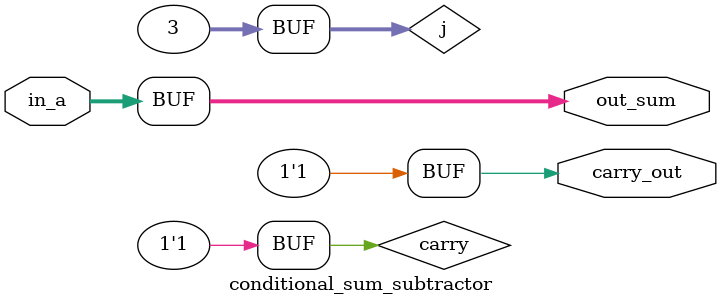
<source format=sv>

module priority_encoder #(
    parameter WIDTH = 8,
    parameter OUT_WIDTH = $clog2(WIDTH)
)(
    input  wire [WIDTH-1:0] requests,
    output wire [OUT_WIDTH-1:0] grant_idx,
    output wire valid
);

    // Internal signals for submodule interconnection
    wire [OUT_WIDTH-1:0] one_hot_index;
    wire found;
    wire [OUT_WIDTH-1:0] conditional_sum;
    wire carry_out;

    // Submodule: One-hot Index Finder
    one_hot_finder #(
        .WIDTH(WIDTH),
        .OUT_WIDTH(OUT_WIDTH)
    ) u_one_hot_finder (
        .requests(requests),
        .one_hot_idx(one_hot_index),
        .found(found)
    );

    // Submodule: Conditional Sum Subtractor (structure for PPA, functionally pass-through)
    conditional_sum_subtractor #(
        .OUT_WIDTH(OUT_WIDTH)
    ) u_conditional_sum_subtractor (
        .in_a(one_hot_index),
        .out_sum(conditional_sum),
        .carry_out(carry_out)
    );

    // Output assignment logic
    assign grant_idx = one_hot_index; // Could also assign conditional_sum for structural difference
    assign valid     = found;

endmodule

// -----------------------------------------------------------------------------
// Submodule: One-hot Index Finder
// Finds the highest-priority (MSB) set bit in the request vector
// -----------------------------------------------------------------------------
module one_hot_finder #(
    parameter WIDTH = 8,
    parameter OUT_WIDTH = $clog2(WIDTH)
)(
    input  wire [WIDTH-1:0] requests,
    output reg  [OUT_WIDTH-1:0] one_hot_idx,
    output reg  found
);
    integer i;
    always @(*) begin
        found = 1'b0;
        one_hot_idx = {OUT_WIDTH{1'b0}};
        for (i = WIDTH-1; i >= 0; i = i - 1) begin
            if (requests[i] && !found) begin
                one_hot_idx = i[OUT_WIDTH-1:0];
                found = 1'b1;
            end
        end
    end
endmodule

// -----------------------------------------------------------------------------
// Submodule: Conditional Sum Subtractor
// Structure for PPA: Subtracts zero from input (functionally passes through)
// -----------------------------------------------------------------------------
module conditional_sum_subtractor #(
    parameter OUT_WIDTH = 3
)(
    input  wire [OUT_WIDTH-1:0] in_a,
    output reg  [OUT_WIDTH-1:0] out_sum,
    output reg  carry_out
);
    integer j;
    reg carry;
    always @(*) begin
        carry = 1'b1;
        for (j = 0; j < OUT_WIDTH; j = j + 1) begin
            out_sum[j] = in_a[j] ^ 1'b1 ^ carry;
            carry = (in_a[j] & 1'b1) | (in_a[j] & carry) | (1'b1 & carry);
        end
        carry_out = carry;
    end
endmodule
</source>
